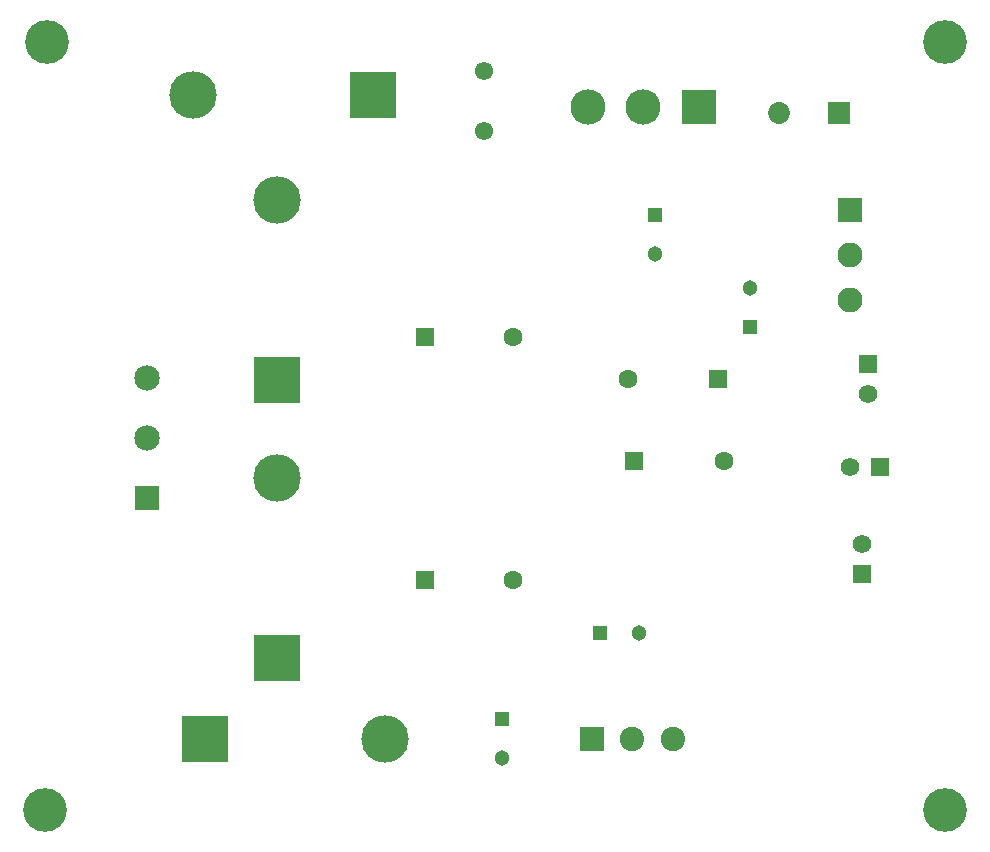
<source format=gts>
G04*
G04 #@! TF.GenerationSoftware,Altium Limited,Altium Designer,23.7.1 (13)*
G04*
G04 Layer_Color=8388736*
%FSLAX44Y44*%
%MOMM*%
G71*
G04*
G04 #@! TF.SameCoordinates,A9341A08-D9DD-44F6-B1FE-122BD565C652*
G04*
G04*
G04 #@! TF.FilePolarity,Negative*
G04*
G01*
G75*
%ADD15R,4.0132X4.0132*%
%ADD16C,4.0132*%
%ADD17C,2.1532*%
%ADD18R,2.1532X2.1532*%
%ADD19C,1.5532*%
%ADD20R,1.6032X1.6032*%
%ADD21C,1.6032*%
%ADD22R,4.0132X4.0132*%
%ADD23R,2.9782X2.9782*%
%ADD24C,2.9782*%
%ADD25C,1.8532*%
%ADD26R,1.8532X1.8532*%
%ADD27C,1.5732*%
%ADD28R,1.5732X1.5732*%
%ADD29R,1.5732X1.5732*%
%ADD30C,1.3032*%
%ADD31R,1.3032X1.3032*%
%ADD32R,1.3032X1.3032*%
%ADD33C,2.0632*%
%ADD34R,2.0632X2.0632*%
%ADD35C,2.1132*%
%ADD36R,2.1132X2.1132*%
%ADD37C,3.7032*%
D15*
X413800Y575000D02*
D03*
X556200Y1120000D02*
D03*
D16*
X566200Y575000D02*
D03*
X475000Y1031200D02*
D03*
Y796200D02*
D03*
X403800Y1120000D02*
D03*
D17*
X365000Y880800D02*
D03*
Y830000D02*
D03*
D18*
Y779200D02*
D03*
D19*
X650000Y1140400D02*
D03*
Y1089600D02*
D03*
D20*
X600000Y915000D02*
D03*
Y710000D02*
D03*
X848100Y880000D02*
D03*
X776900Y810000D02*
D03*
D21*
X675000Y915000D02*
D03*
Y710000D02*
D03*
X771900Y880000D02*
D03*
X853100Y810000D02*
D03*
D22*
X475000Y878800D02*
D03*
Y643800D02*
D03*
D23*
X832000Y1110000D02*
D03*
D24*
X785000D02*
D03*
X738000D02*
D03*
D25*
X899600Y1105000D02*
D03*
D26*
X950400D02*
D03*
D27*
X975000Y867300D02*
D03*
X970000Y740000D02*
D03*
X959600Y805000D02*
D03*
D28*
X975000Y892700D02*
D03*
X970000Y714600D02*
D03*
D29*
X985000Y805000D02*
D03*
D30*
X795000Y985990D02*
D03*
X781510Y665000D02*
D03*
X875000Y956510D02*
D03*
X665000Y558490D02*
D03*
D31*
X795000Y1019010D02*
D03*
X875000Y923490D02*
D03*
X665000Y591510D02*
D03*
D32*
X748490Y665000D02*
D03*
D33*
X810000Y575000D02*
D03*
X775710D02*
D03*
D34*
X741420D02*
D03*
D35*
X960000Y947000D02*
D03*
Y985000D02*
D03*
D36*
Y1023200D02*
D03*
D37*
X280000Y1165000D02*
D03*
X278730Y515000D02*
D03*
X1040000D02*
D03*
Y1165000D02*
D03*
M02*

</source>
